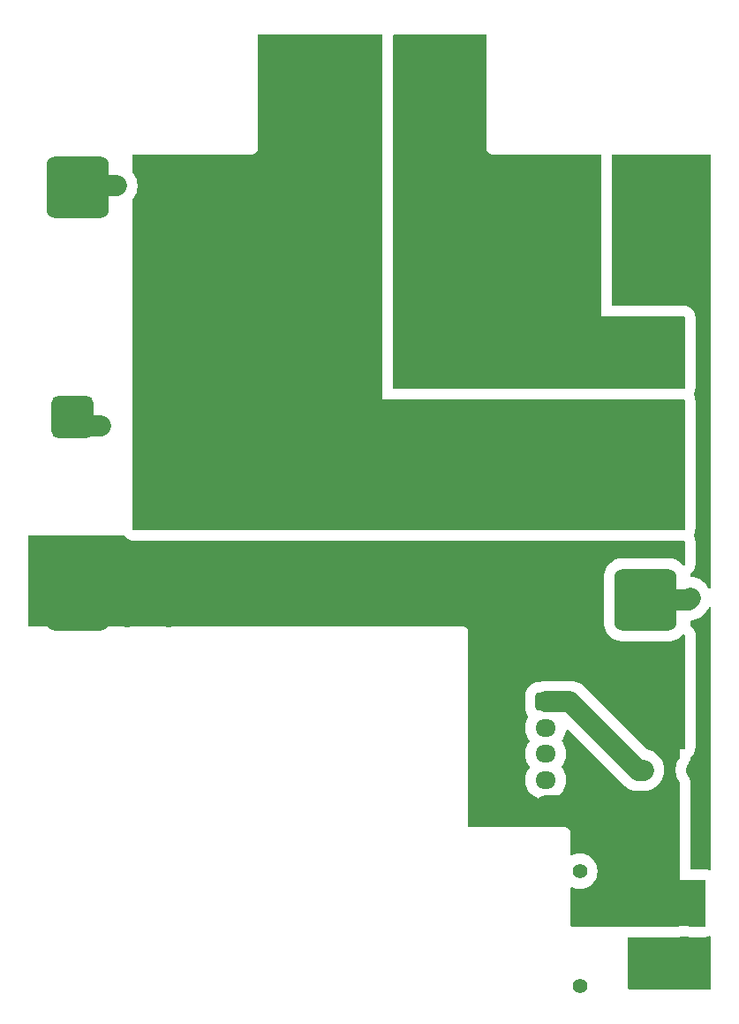
<source format=gtl>
G04 #@! TF.GenerationSoftware,KiCad,Pcbnew,9.0.5*
G04 #@! TF.CreationDate,2026-01-05T14:43:58+01:00*
G04 #@! TF.ProjectId,peak-ignitor-box-bms,7065616b-2d69-4676-9e69-746f722d626f,rev?*
G04 #@! TF.SameCoordinates,Original*
G04 #@! TF.FileFunction,Copper,L1,Top*
G04 #@! TF.FilePolarity,Positive*
%FSLAX46Y46*%
G04 Gerber Fmt 4.6, Leading zero omitted, Abs format (unit mm)*
G04 Created by KiCad (PCBNEW 9.0.5) date 2026-01-05 14:43:58*
%MOMM*%
%LPD*%
G01*
G04 APERTURE LIST*
G04 Aperture macros list*
%AMRoundRect*
0 Rectangle with rounded corners*
0 $1 Rounding radius*
0 $2 $3 $4 $5 $6 $7 $8 $9 X,Y pos of 4 corners*
0 Add a 4 corners polygon primitive as box body*
4,1,4,$2,$3,$4,$5,$6,$7,$8,$9,$2,$3,0*
0 Add four circle primitives for the rounded corners*
1,1,$1+$1,$2,$3*
1,1,$1+$1,$4,$5*
1,1,$1+$1,$6,$7*
1,1,$1+$1,$8,$9*
0 Add four rect primitives between the rounded corners*
20,1,$1+$1,$2,$3,$4,$5,0*
20,1,$1+$1,$4,$5,$6,$7,0*
20,1,$1+$1,$6,$7,$8,$9,0*
20,1,$1+$1,$8,$9,$2,$3,0*%
G04 Aperture macros list end*
G04 #@! TA.AperFunction,ComponentPad*
%ADD10RoundRect,0.250000X-0.725000X0.600000X-0.725000X-0.600000X0.725000X-0.600000X0.725000X0.600000X0*%
G04 #@! TD*
G04 #@! TA.AperFunction,ComponentPad*
%ADD11O,1.950000X1.700000*%
G04 #@! TD*
G04 #@! TA.AperFunction,ComponentPad*
%ADD12C,7.500000*%
G04 #@! TD*
G04 #@! TA.AperFunction,SMDPad,CuDef*
%ADD13RoundRect,0.900000X-2.100000X-2.100000X2.100000X-2.100000X2.100000X2.100000X-2.100000X2.100000X0*%
G04 #@! TD*
G04 #@! TA.AperFunction,SMDPad,CuDef*
%ADD14RoundRect,0.600000X-1.400000X-1.400000X1.400000X-1.400000X1.400000X1.400000X-1.400000X1.400000X0*%
G04 #@! TD*
G04 #@! TA.AperFunction,ComponentPad*
%ADD15C,1.400000*%
G04 #@! TD*
G04 #@! TA.AperFunction,ComponentPad*
%ADD16RoundRect,0.770000X0.980000X-0.980000X0.980000X0.980000X-0.980000X0.980000X-0.980000X-0.980000X0*%
G04 #@! TD*
G04 #@! TA.AperFunction,ComponentPad*
%ADD17C,3.500000*%
G04 #@! TD*
G04 #@! TA.AperFunction,ViaPad*
%ADD18C,1.800000*%
G04 #@! TD*
G04 #@! TA.AperFunction,Conductor*
%ADD19C,2.000000*%
G04 #@! TD*
G04 APERTURE END LIST*
D10*
X138150000Y-85950000D03*
D11*
X138150000Y-88450000D03*
X138150000Y-90950000D03*
X138150000Y-93450000D03*
X138150000Y-95950000D03*
D12*
X115996592Y-27990385D03*
D13*
X147723869Y-52685129D03*
X147723869Y-60685129D03*
X93223869Y-76185129D03*
X147723869Y-76185129D03*
D14*
X92723869Y-58685129D03*
D13*
X93223869Y-36685129D03*
X147723869Y-36685129D03*
D15*
X141409018Y-113195107D03*
X141409018Y-102195107D03*
D16*
X151409018Y-105195107D03*
D17*
X151409018Y-110195107D03*
D12*
X127981116Y-27996701D03*
D18*
X148000000Y-47000000D03*
X146000000Y-45000000D03*
X152000000Y-47000000D03*
X150000000Y-45000000D03*
X148000000Y-98000000D03*
X152000000Y-39000000D03*
X150000000Y-41000000D03*
X152000000Y-43000000D03*
X152000000Y-35000000D03*
X146000000Y-41000000D03*
X147500000Y-92500000D03*
X152500000Y-92500000D03*
X148000000Y-109500000D03*
X148000000Y-43000000D03*
X148000000Y-112500000D03*
X104000000Y-76000000D03*
X146000000Y-103500000D03*
X102000000Y-78000000D03*
X146000000Y-100000000D03*
X102000000Y-74000000D03*
X98000000Y-74000000D03*
X148000000Y-102000000D03*
X100000000Y-76000000D03*
X148000000Y-105000000D03*
X98000000Y-78000000D03*
X150000000Y-100000000D03*
X97000000Y-36500000D03*
X152000000Y-76000000D03*
X95500000Y-59500000D03*
X140000000Y-54000000D03*
X144000000Y-50000000D03*
X140000000Y-50000000D03*
X138000000Y-52000000D03*
X136000000Y-50000000D03*
X144000000Y-54000000D03*
X142000000Y-52000000D03*
X138000000Y-48000000D03*
X142000000Y-48000000D03*
X136000000Y-54000000D03*
X138000000Y-59000000D03*
X142000000Y-67000000D03*
X144000000Y-65000000D03*
X138000000Y-63000000D03*
X140000000Y-61000000D03*
X148000000Y-65000000D03*
X140000000Y-65000000D03*
X138000000Y-67000000D03*
X142000000Y-59000000D03*
X142000000Y-63000000D03*
X146000000Y-67000000D03*
D19*
X147000000Y-92500000D02*
X147500000Y-92500000D01*
X138150000Y-85950000D02*
X140450000Y-85950000D01*
X145500000Y-91000000D02*
X147000000Y-92500000D01*
X140450000Y-85950000D02*
X145500000Y-91000000D01*
X138150000Y-95950000D02*
X145950000Y-95950000D01*
X145950000Y-95950000D02*
X150000000Y-100000000D01*
X93408998Y-36500000D02*
X93223869Y-36685129D01*
X97000000Y-36500000D02*
X93408998Y-36500000D01*
X147723869Y-76185129D02*
X151814871Y-76185129D01*
X151814871Y-76185129D02*
X152000000Y-76000000D01*
X93538740Y-59500000D02*
X92723869Y-58685129D01*
X95500000Y-59500000D02*
X93538740Y-59500000D01*
G04 #@! TA.AperFunction,Conductor*
G36*
X122443039Y-22019685D02*
G01*
X122488794Y-22072489D01*
X122500000Y-22124000D01*
X122500000Y-57000000D01*
X151376000Y-57000000D01*
X151443039Y-57019685D01*
X151488794Y-57072489D01*
X151500000Y-57124000D01*
X151500000Y-69376000D01*
X151480315Y-69443039D01*
X151427511Y-69488794D01*
X151376000Y-69500000D01*
X98624000Y-69500000D01*
X98556961Y-69480315D01*
X98511206Y-69427511D01*
X98500000Y-69376000D01*
X98500000Y-37873432D01*
X98519685Y-37806393D01*
X98525615Y-37797958D01*
X98666924Y-37613803D01*
X98798043Y-37386697D01*
X98898398Y-37144419D01*
X98966270Y-36891116D01*
X99000500Y-36631120D01*
X99000500Y-36368880D01*
X98966270Y-36108884D01*
X98898398Y-35855581D01*
X98892927Y-35842373D01*
X98798046Y-35613309D01*
X98798041Y-35613299D01*
X98666924Y-35386196D01*
X98525625Y-35202054D01*
X98500430Y-35136885D01*
X98500000Y-35126567D01*
X98500000Y-33624500D01*
X98519685Y-33557461D01*
X98572489Y-33511706D01*
X98624000Y-33500500D01*
X110065890Y-33500500D01*
X110065892Y-33500500D01*
X110193186Y-33466392D01*
X110307314Y-33400500D01*
X110400500Y-33307314D01*
X110466392Y-33193186D01*
X110500500Y-33065892D01*
X110500500Y-24934108D01*
X110500500Y-22124000D01*
X110520185Y-22056961D01*
X110572989Y-22011206D01*
X110624500Y-22000000D01*
X122376000Y-22000000D01*
X122443039Y-22019685D01*
G37*
G04 #@! TD.AperFunction*
G04 #@! TA.AperFunction,Conductor*
G36*
X132442539Y-22019685D02*
G01*
X132488294Y-22072489D01*
X132499500Y-22124000D01*
X132499500Y-33065891D01*
X132533608Y-33193187D01*
X132566554Y-33250250D01*
X132599500Y-33307314D01*
X132692686Y-33400500D01*
X132806814Y-33466392D01*
X132934108Y-33500500D01*
X143376000Y-33500500D01*
X143443039Y-33520185D01*
X143488794Y-33572989D01*
X143500000Y-33624500D01*
X143500000Y-49000000D01*
X151376000Y-49000000D01*
X151443039Y-49019685D01*
X151488794Y-49072489D01*
X151500000Y-49124000D01*
X151500000Y-55870500D01*
X151480315Y-55937539D01*
X151427511Y-55983294D01*
X151376000Y-55994500D01*
X123629500Y-55994500D01*
X123562461Y-55974815D01*
X123516706Y-55922011D01*
X123505500Y-55870500D01*
X123505500Y-22124000D01*
X123525185Y-22056961D01*
X123577989Y-22011206D01*
X123629500Y-22000000D01*
X132375500Y-22000000D01*
X132442539Y-22019685D01*
G37*
G04 #@! TD.AperFunction*
G04 #@! TA.AperFunction,Conductor*
G36*
X153958915Y-108427612D02*
G01*
X153995600Y-108487075D01*
X154000000Y-108519813D01*
X154000000Y-113376000D01*
X153980315Y-113443039D01*
X153927511Y-113488794D01*
X153876000Y-113500000D01*
X146124000Y-113500000D01*
X146056961Y-113480315D01*
X146011206Y-113427511D01*
X146000000Y-113376000D01*
X146000000Y-108629500D01*
X146019685Y-108562461D01*
X146072489Y-108516706D01*
X146124000Y-108505500D01*
X150842432Y-108505500D01*
X150842447Y-108505500D01*
X150955040Y-108499176D01*
X150982630Y-108496067D01*
X151071732Y-108480928D01*
X151093757Y-108477186D01*
X151093758Y-108477185D01*
X151093774Y-108477183D01*
X151109493Y-108473595D01*
X151123185Y-108471269D01*
X151304090Y-108450886D01*
X151317973Y-108450107D01*
X151500056Y-108450107D01*
X151513939Y-108450887D01*
X151694852Y-108471270D01*
X151708557Y-108473598D01*
X151724253Y-108477181D01*
X151835409Y-108496068D01*
X151862571Y-108499128D01*
X151862964Y-108499173D01*
X151863000Y-108499177D01*
X151975589Y-108505500D01*
X151975606Y-108505500D01*
X153375990Y-108505500D01*
X153376000Y-108505500D01*
X153387588Y-108505433D01*
X153589743Y-108482519D01*
X153641254Y-108471313D01*
X153732938Y-108446784D01*
X153826575Y-108406088D01*
X153895905Y-108397421D01*
X153958915Y-108427612D01*
G37*
G04 #@! TD.AperFunction*
G04 #@! TA.AperFunction,Conductor*
G36*
X153952651Y-76902200D02*
G01*
X153993180Y-76959114D01*
X154000000Y-76999671D01*
X154000000Y-101982007D01*
X153980315Y-102049046D01*
X153927511Y-102094801D01*
X153858353Y-102104745D01*
X153829207Y-102096839D01*
X153726328Y-102054916D01*
X153726322Y-102054914D01*
X153659293Y-102035233D01*
X153659295Y-102035233D01*
X153659290Y-102035232D01*
X153578406Y-102015083D01*
X153578402Y-102015082D01*
X153578403Y-102015082D01*
X153376001Y-101994500D01*
X153376000Y-101994500D01*
X152129500Y-101994500D01*
X152062461Y-101974815D01*
X152016706Y-101922011D01*
X152005500Y-101870500D01*
X152005500Y-93709162D01*
X152005346Y-93701778D01*
X152004628Y-93667296D01*
X152004198Y-93656979D01*
X151991212Y-93532492D01*
X151937426Y-93336281D01*
X151912232Y-93271112D01*
X151905056Y-93254617D01*
X151878987Y-93194695D01*
X151878983Y-93194688D01*
X151878981Y-93194683D01*
X151805369Y-93075464D01*
X151772097Y-93021577D01*
X151772092Y-93021571D01*
X151759180Y-93004743D01*
X151750170Y-92991258D01*
X151699638Y-92903734D01*
X151692464Y-92889187D01*
X151691805Y-92887596D01*
X151653783Y-92795802D01*
X151648579Y-92780469D01*
X151622414Y-92682820D01*
X151619252Y-92666923D01*
X151606061Y-92566721D01*
X151605000Y-92550537D01*
X151605000Y-92449460D01*
X151606061Y-92433276D01*
X151611534Y-92391705D01*
X151619252Y-92333071D01*
X151622413Y-92317180D01*
X151648580Y-92219523D01*
X151653782Y-92204200D01*
X151692468Y-92110800D01*
X151699638Y-92096263D01*
X151721164Y-92058980D01*
X151750170Y-92008739D01*
X151759181Y-91995254D01*
X151772094Y-91978426D01*
X151796918Y-91944638D01*
X151802857Y-91936191D01*
X151868308Y-91829567D01*
X151945083Y-91641160D01*
X151964768Y-91574121D01*
X151984917Y-91493237D01*
X151999151Y-91353254D01*
X152025517Y-91288553D01*
X152051212Y-91264352D01*
X152085971Y-91239921D01*
X152085970Y-91239921D01*
X152085974Y-91239919D01*
X152138778Y-91194164D01*
X152255179Y-91075051D01*
X152368308Y-90905955D01*
X152445083Y-90717548D01*
X152464768Y-90650509D01*
X152484917Y-90569625D01*
X152505500Y-90367219D01*
X152505500Y-79590614D01*
X152499560Y-79481477D01*
X152496638Y-79454715D01*
X152457536Y-79266276D01*
X152377974Y-79079029D01*
X152344285Y-79017818D01*
X152252163Y-78879050D01*
X152110488Y-78733036D01*
X152110487Y-78733035D01*
X152110486Y-78733034D01*
X152054209Y-78694714D01*
X152009875Y-78640711D01*
X152000000Y-78592219D01*
X152000000Y-78287263D01*
X152019685Y-78220224D01*
X152072489Y-78174469D01*
X152107813Y-78164324D01*
X152205987Y-78151400D01*
X152459290Y-78083527D01*
X152701568Y-77983172D01*
X152928674Y-77852053D01*
X153019002Y-77782740D01*
X153136722Y-77692412D01*
X153507283Y-77321851D01*
X153666924Y-77113802D01*
X153768613Y-76937670D01*
X153819180Y-76889456D01*
X153887787Y-76876232D01*
X153952651Y-76902200D01*
G37*
G04 #@! TD.AperFunction*
G04 #@! TA.AperFunction,Conductor*
G36*
X153943039Y-33520185D02*
G01*
X153988794Y-33572989D01*
X154000000Y-33624500D01*
X154000000Y-75000328D01*
X153980315Y-75067367D01*
X153927511Y-75113122D01*
X153858353Y-75123066D01*
X153794797Y-75094041D01*
X153768613Y-75062328D01*
X153666924Y-74886198D01*
X153507284Y-74678150D01*
X153507278Y-74678143D01*
X153321856Y-74492721D01*
X153321849Y-74492715D01*
X153113801Y-74333075D01*
X152886700Y-74201958D01*
X152886690Y-74201954D01*
X152644419Y-74101602D01*
X152391112Y-74033728D01*
X152131121Y-73999501D01*
X152131120Y-73999501D01*
X152124000Y-73999501D01*
X152115314Y-73996950D01*
X152106353Y-73998239D01*
X152082312Y-73987260D01*
X152056961Y-73979816D01*
X152051033Y-73972975D01*
X152042797Y-73969214D01*
X152028507Y-73946979D01*
X152011206Y-73927012D01*
X152008918Y-73916497D01*
X152005023Y-73910436D01*
X152000000Y-73875501D01*
X152000000Y-73777182D01*
X152019685Y-73710143D01*
X152052695Y-73675734D01*
X152085974Y-73652343D01*
X152138778Y-73606588D01*
X152255179Y-73487475D01*
X152368308Y-73318379D01*
X152445083Y-73129972D01*
X152464768Y-73062933D01*
X152484917Y-72982049D01*
X152505500Y-72779643D01*
X152505500Y-70629500D01*
X152505433Y-70617912D01*
X152482519Y-70415757D01*
X152471313Y-70364246D01*
X152446784Y-70272562D01*
X152365692Y-70085973D01*
X152357240Y-70073949D01*
X152334794Y-70007785D01*
X152351681Y-69939987D01*
X152355612Y-69933712D01*
X152368308Y-69914736D01*
X152445083Y-69726329D01*
X152464768Y-69659290D01*
X152484917Y-69578406D01*
X152505500Y-69376000D01*
X152505500Y-57124000D01*
X152505433Y-57112412D01*
X152482519Y-56910257D01*
X152471313Y-56858746D01*
X152446784Y-56767062D01*
X152365692Y-56580473D01*
X152357240Y-56568449D01*
X152334794Y-56502285D01*
X152351681Y-56434487D01*
X152355612Y-56428212D01*
X152368308Y-56409236D01*
X152445083Y-56220829D01*
X152464768Y-56153790D01*
X152484917Y-56072906D01*
X152505500Y-55870500D01*
X152505500Y-49124000D01*
X152505433Y-49112412D01*
X152482519Y-48910257D01*
X152471313Y-48858746D01*
X152446784Y-48767062D01*
X152365692Y-48580473D01*
X152365691Y-48580471D01*
X152365689Y-48580468D01*
X152248705Y-48414033D01*
X152248704Y-48414032D01*
X152248700Y-48414026D01*
X152202945Y-48361222D01*
X152083832Y-48244821D01*
X152083830Y-48244819D01*
X151914738Y-48131693D01*
X151914731Y-48131690D01*
X151726328Y-48054916D01*
X151726322Y-48054914D01*
X151659293Y-48035233D01*
X151659295Y-48035233D01*
X151659290Y-48035232D01*
X151578406Y-48015083D01*
X151578402Y-48015082D01*
X151578403Y-48015082D01*
X151376001Y-47994500D01*
X151376000Y-47994500D01*
X144629500Y-47994500D01*
X144562461Y-47974815D01*
X144516706Y-47922011D01*
X144505500Y-47870500D01*
X144505500Y-33624500D01*
X144525185Y-33557461D01*
X144577989Y-33511706D01*
X144629500Y-33500500D01*
X153876000Y-33500500D01*
X153943039Y-33520185D01*
G37*
G04 #@! TD.AperFunction*
G04 #@! TA.AperFunction,Conductor*
G36*
X97693500Y-70019685D02*
G01*
X97727908Y-70052694D01*
X97751300Y-70085974D01*
X97797055Y-70138778D01*
X97916168Y-70255179D01*
X98085264Y-70368308D01*
X98273671Y-70445083D01*
X98273677Y-70445085D01*
X98288687Y-70449492D01*
X98340710Y-70464768D01*
X98421594Y-70484917D01*
X98556531Y-70498639D01*
X98623999Y-70505500D01*
X151376000Y-70505500D01*
X151443039Y-70525185D01*
X151488794Y-70577989D01*
X151500000Y-70629500D01*
X151500000Y-72779643D01*
X151480315Y-72846682D01*
X151427511Y-72892437D01*
X151358353Y-72902381D01*
X151294797Y-72873356D01*
X151276488Y-72853625D01*
X151266087Y-72839635D01*
X151266074Y-72839620D01*
X151069377Y-72642923D01*
X151069370Y-72642917D01*
X151069368Y-72642915D01*
X151069363Y-72642911D01*
X151069358Y-72642907D01*
X150846112Y-72476941D01*
X150846104Y-72476936D01*
X150601066Y-72345239D01*
X150601061Y-72345237D01*
X150601059Y-72345236D01*
X150339446Y-72250618D01*
X150066845Y-72195099D01*
X149903288Y-72184629D01*
X149903278Y-72184629D01*
X145544460Y-72184629D01*
X145380889Y-72195099D01*
X145223090Y-72227237D01*
X145108292Y-72250618D01*
X144846679Y-72345236D01*
X144846671Y-72345239D01*
X144601633Y-72476936D01*
X144601625Y-72476941D01*
X144378379Y-72642907D01*
X144378360Y-72642923D01*
X144181663Y-72839620D01*
X144181647Y-72839639D01*
X144015681Y-73062885D01*
X144015676Y-73062893D01*
X143883979Y-73307931D01*
X143883976Y-73307938D01*
X143883976Y-73307939D01*
X143789358Y-73569552D01*
X143733839Y-73842153D01*
X143723369Y-74005710D01*
X143723369Y-74005718D01*
X143723369Y-74005719D01*
X143723369Y-78364537D01*
X143733839Y-78528108D01*
X143753675Y-78625500D01*
X143789358Y-78800706D01*
X143881985Y-79056814D01*
X143883979Y-79062326D01*
X144015676Y-79307364D01*
X144015681Y-79307372D01*
X144181647Y-79530618D01*
X144181663Y-79530637D01*
X144378360Y-79727334D01*
X144378366Y-79727339D01*
X144378370Y-79727343D01*
X144378375Y-79727347D01*
X144378379Y-79727350D01*
X144601625Y-79893316D01*
X144601633Y-79893321D01*
X144846671Y-80025018D01*
X144846672Y-80025018D01*
X144846679Y-80025022D01*
X145108292Y-80119640D01*
X145380893Y-80175159D01*
X145544450Y-80185629D01*
X149903287Y-80185628D01*
X150066845Y-80175159D01*
X150339446Y-80119640D01*
X150601059Y-80025022D01*
X150846107Y-79893320D01*
X151069368Y-79727343D01*
X151266083Y-79530628D01*
X151276486Y-79516635D01*
X151332280Y-79474577D01*
X151401954Y-79469361D01*
X151463389Y-79502641D01*
X151497078Y-79563852D01*
X151500000Y-79590614D01*
X151500000Y-90367219D01*
X151480315Y-90434258D01*
X151427511Y-90480013D01*
X151375225Y-90491216D01*
X151000000Y-90488871D01*
X151000000Y-91290831D01*
X150980315Y-91357870D01*
X150974376Y-91366317D01*
X150916400Y-91441873D01*
X150791837Y-91657623D01*
X150791830Y-91657638D01*
X150696498Y-91887792D01*
X150632017Y-92128438D01*
X150599501Y-92375424D01*
X150599500Y-92375441D01*
X150599500Y-92624558D01*
X150599501Y-92624575D01*
X150632017Y-92871561D01*
X150696498Y-93112207D01*
X150791830Y-93342361D01*
X150791837Y-93342376D01*
X150916400Y-93558126D01*
X150974376Y-93633682D01*
X150999570Y-93698851D01*
X151000000Y-93709168D01*
X151000000Y-94500000D01*
X151000000Y-103000000D01*
X153376000Y-103000000D01*
X153443039Y-103019685D01*
X153488794Y-103072489D01*
X153500000Y-103124000D01*
X153500000Y-107376000D01*
X153480315Y-107443039D01*
X153427511Y-107488794D01*
X153376000Y-107500000D01*
X151975589Y-107500000D01*
X151947998Y-107496891D01*
X151870470Y-107479196D01*
X151870467Y-107479195D01*
X151870455Y-107479193D01*
X151563489Y-107444607D01*
X151563483Y-107444607D01*
X151254553Y-107444607D01*
X151254546Y-107444607D01*
X150947580Y-107479193D01*
X150947566Y-107479196D01*
X150870037Y-107496891D01*
X150842447Y-107500000D01*
X140624500Y-107500000D01*
X140557461Y-107480315D01*
X140511706Y-107427511D01*
X140500500Y-107376000D01*
X140500500Y-103844974D01*
X140520185Y-103777935D01*
X140572989Y-103732180D01*
X140642147Y-103722236D01*
X140671951Y-103730412D01*
X140861237Y-103808817D01*
X141076555Y-103866511D01*
X141297561Y-103895607D01*
X141297568Y-103895607D01*
X141520468Y-103895607D01*
X141520475Y-103895607D01*
X141741481Y-103866511D01*
X141956799Y-103808817D01*
X142162744Y-103723512D01*
X142355792Y-103612055D01*
X142532642Y-103476354D01*
X142690265Y-103318731D01*
X142825966Y-103141881D01*
X142937423Y-102948833D01*
X143022728Y-102742888D01*
X143080422Y-102527570D01*
X143109518Y-102306564D01*
X143109518Y-102083650D01*
X143080422Y-101862644D01*
X143022728Y-101647326D01*
X142937423Y-101441381D01*
X142825966Y-101248333D01*
X142690265Y-101071483D01*
X142690260Y-101071477D01*
X142532647Y-100913864D01*
X142532640Y-100913858D01*
X142355800Y-100778165D01*
X142355798Y-100778164D01*
X142355792Y-100778159D01*
X142162744Y-100666702D01*
X142162740Y-100666700D01*
X141956808Y-100581400D01*
X141956801Y-100581398D01*
X141956799Y-100581397D01*
X141741481Y-100523703D01*
X141741475Y-100523702D01*
X141741470Y-100523701D01*
X141520484Y-100494608D01*
X141520481Y-100494607D01*
X141520475Y-100494607D01*
X141297561Y-100494607D01*
X141297555Y-100494607D01*
X141297551Y-100494608D01*
X141076565Y-100523701D01*
X141076558Y-100523702D01*
X141076555Y-100523703D01*
X140881734Y-100575905D01*
X140861237Y-100581397D01*
X140861221Y-100581402D01*
X140671952Y-100659800D01*
X140602483Y-100667269D01*
X140540004Y-100635994D01*
X140504352Y-100575905D01*
X140500500Y-100545239D01*
X140500500Y-98434110D01*
X140500500Y-98434108D01*
X140466392Y-98306814D01*
X140400500Y-98192686D01*
X140307314Y-98099500D01*
X140250250Y-98066554D01*
X140193187Y-98033608D01*
X140129539Y-98016554D01*
X140065892Y-97999500D01*
X140065891Y-97999500D01*
X130824500Y-97999500D01*
X130757461Y-97979815D01*
X130711706Y-97927011D01*
X130700500Y-97875500D01*
X130700500Y-85818880D01*
X136149500Y-85818880D01*
X136149500Y-85822782D01*
X136149500Y-86081113D01*
X136149501Y-86081129D01*
X136173439Y-86262955D01*
X136174500Y-86279140D01*
X136174500Y-86614208D01*
X136174501Y-86614223D01*
X136184904Y-86746413D01*
X136184905Y-86746420D01*
X136239902Y-86964678D01*
X136239903Y-86964681D01*
X136332991Y-87169622D01*
X136332997Y-87169632D01*
X136448863Y-87336876D01*
X136470860Y-87403193D01*
X136454322Y-87469492D01*
X136361777Y-87629784D01*
X136361773Y-87629794D01*
X136268947Y-87853895D01*
X136206161Y-88088214D01*
X136174500Y-88328711D01*
X136174500Y-88571288D01*
X136206161Y-88811785D01*
X136268947Y-89046104D01*
X136361773Y-89270205D01*
X136361776Y-89270212D01*
X136483064Y-89480289D01*
X136483066Y-89480292D01*
X136483067Y-89480293D01*
X136593731Y-89624514D01*
X136618925Y-89689683D01*
X136604887Y-89758128D01*
X136593731Y-89775486D01*
X136483067Y-89919706D01*
X136361777Y-90129785D01*
X136361773Y-90129794D01*
X136268947Y-90353895D01*
X136206161Y-90588214D01*
X136174500Y-90828711D01*
X136174500Y-91071288D01*
X136203402Y-91290831D01*
X136206162Y-91311789D01*
X136220773Y-91366317D01*
X136268947Y-91546104D01*
X136315140Y-91657623D01*
X136361776Y-91770212D01*
X136483064Y-91980289D01*
X136483066Y-91980292D01*
X136483067Y-91980293D01*
X136593731Y-92124514D01*
X136618925Y-92189683D01*
X136604887Y-92258128D01*
X136593731Y-92275486D01*
X136483067Y-92419706D01*
X136361777Y-92629785D01*
X136361773Y-92629794D01*
X136268947Y-92853895D01*
X136206161Y-93088214D01*
X136174500Y-93328711D01*
X136174500Y-93571288D01*
X136206161Y-93811785D01*
X136268947Y-94046104D01*
X136336075Y-94208164D01*
X136361776Y-94270212D01*
X136483064Y-94480289D01*
X136483066Y-94480292D01*
X136483067Y-94480293D01*
X136630733Y-94672736D01*
X136630739Y-94672743D01*
X136802256Y-94844260D01*
X136802262Y-94844265D01*
X136994711Y-94991936D01*
X137204788Y-95113224D01*
X137428900Y-95206054D01*
X137663211Y-95268838D01*
X137843586Y-95292584D01*
X137903711Y-95300500D01*
X137903712Y-95300500D01*
X138396289Y-95300500D01*
X138444388Y-95294167D01*
X138636789Y-95268838D01*
X138871100Y-95206054D01*
X139095212Y-95113224D01*
X139305289Y-94991936D01*
X139497738Y-94844265D01*
X139669265Y-94672738D01*
X139816936Y-94480289D01*
X139938224Y-94270212D01*
X140031054Y-94046100D01*
X140093838Y-93811789D01*
X140125500Y-93571288D01*
X140125500Y-93328712D01*
X140093838Y-93088211D01*
X140031054Y-92853900D01*
X139938224Y-92629788D01*
X139816936Y-92419711D01*
X139706266Y-92275483D01*
X139681074Y-92210317D01*
X139695112Y-92141873D01*
X139706261Y-92124523D01*
X139816936Y-91980289D01*
X139938224Y-91770212D01*
X140031054Y-91546100D01*
X140093838Y-91311789D01*
X140125500Y-91071288D01*
X140125500Y-90828712D01*
X140093838Y-90588211D01*
X140031054Y-90353900D01*
X139938224Y-90129788D01*
X139816936Y-89919711D01*
X139706266Y-89775483D01*
X139681074Y-89710317D01*
X139695112Y-89641873D01*
X139706261Y-89624523D01*
X139816936Y-89480289D01*
X139938224Y-89270212D01*
X140031054Y-89046100D01*
X140093838Y-88811789D01*
X140106251Y-88717499D01*
X140134515Y-88653605D01*
X140192839Y-88615133D01*
X140262704Y-88614301D01*
X140316870Y-88646005D01*
X144182467Y-92511603D01*
X144182489Y-92511623D01*
X145678140Y-94007276D01*
X145678145Y-94007280D01*
X145678148Y-94007283D01*
X145782172Y-94087102D01*
X145782173Y-94087104D01*
X145886197Y-94166924D01*
X146113299Y-94298041D01*
X146113300Y-94298041D01*
X146113303Y-94298043D01*
X146355581Y-94398398D01*
X146608884Y-94466271D01*
X146738882Y-94483385D01*
X146868880Y-94500500D01*
X146868887Y-94500500D01*
X147631113Y-94500500D01*
X147631120Y-94500500D01*
X147891116Y-94466270D01*
X148144419Y-94398398D01*
X148386697Y-94298043D01*
X148613803Y-94166924D01*
X148821851Y-94007282D01*
X148821857Y-94007276D01*
X148821860Y-94007274D01*
X149007274Y-93821860D01*
X149007277Y-93821855D01*
X149007282Y-93821851D01*
X149166924Y-93613803D01*
X149298043Y-93386697D01*
X149398398Y-93144419D01*
X149466270Y-92891116D01*
X149500500Y-92631120D01*
X149500500Y-92368880D01*
X149466270Y-92108884D01*
X149398398Y-91855581D01*
X149363034Y-91770205D01*
X149298046Y-91613309D01*
X149298041Y-91613299D01*
X149166924Y-91386196D01*
X149007281Y-91178148D01*
X149007274Y-91178140D01*
X148821860Y-90992726D01*
X148821851Y-90992718D01*
X148613803Y-90833075D01*
X148386700Y-90701958D01*
X148386690Y-90701953D01*
X148144428Y-90601605D01*
X148144421Y-90601603D01*
X148144419Y-90601602D01*
X147891116Y-90533730D01*
X147891113Y-90533729D01*
X147887196Y-90532680D01*
X147887553Y-90531344D01*
X147830818Y-90501656D01*
X147829252Y-90500117D01*
X147011623Y-89682489D01*
X147011603Y-89682467D01*
X141771856Y-84442721D01*
X141771849Y-84442715D01*
X141654131Y-84352388D01*
X141654130Y-84352387D01*
X141563803Y-84283075D01*
X141336700Y-84151958D01*
X141336690Y-84151954D01*
X141094419Y-84051602D01*
X140841116Y-83983729D01*
X140841115Y-83983728D01*
X140841112Y-83983728D01*
X140711118Y-83966615D01*
X140581127Y-83949500D01*
X140581120Y-83949500D01*
X138018880Y-83949500D01*
X138018872Y-83949500D01*
X137787772Y-83979926D01*
X137758884Y-83983730D01*
X137505581Y-84051602D01*
X137505572Y-84051605D01*
X137412727Y-84090062D01*
X137365294Y-84099500D01*
X137360800Y-84099500D01*
X137360774Y-84099501D01*
X137228586Y-84109904D01*
X137228579Y-84109905D01*
X137010321Y-84164902D01*
X137010318Y-84164903D01*
X136805377Y-84257991D01*
X136805367Y-84257997D01*
X136620354Y-84386174D01*
X136620342Y-84386184D01*
X136461184Y-84545342D01*
X136461174Y-84545354D01*
X136332997Y-84730367D01*
X136332991Y-84730377D01*
X136239903Y-84935318D01*
X136239902Y-84935321D01*
X136184905Y-85153579D01*
X136184904Y-85153586D01*
X136174500Y-85285777D01*
X136174500Y-85620862D01*
X136173478Y-85636438D01*
X136173482Y-85636713D01*
X136149500Y-85818880D01*
X130700500Y-85818880D01*
X130700500Y-79184110D01*
X130700500Y-79184108D01*
X130666392Y-79056814D01*
X130600500Y-78942686D01*
X130507314Y-78849500D01*
X130450250Y-78816554D01*
X130393187Y-78783608D01*
X130329539Y-78766554D01*
X130265892Y-78749500D01*
X88624000Y-78749500D01*
X88556961Y-78729815D01*
X88511206Y-78677011D01*
X88500000Y-78625500D01*
X88500000Y-70124000D01*
X88519685Y-70056961D01*
X88572489Y-70011206D01*
X88624000Y-70000000D01*
X97626461Y-70000000D01*
X97693500Y-70019685D01*
G37*
G04 #@! TD.AperFunction*
M02*

</source>
